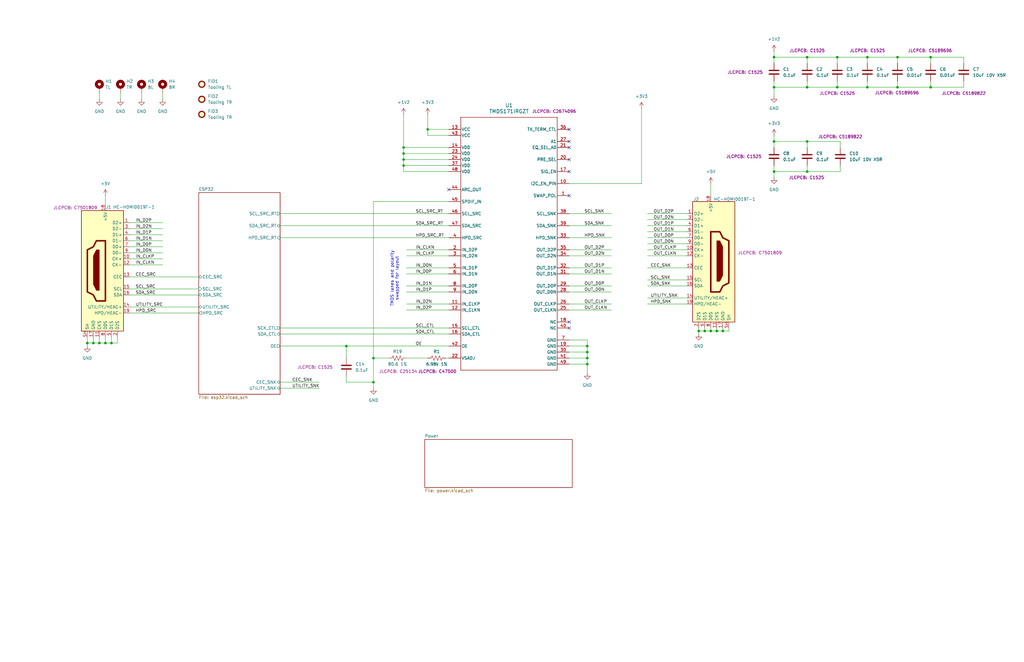
<source format=kicad_sch>
(kicad_sch (version 20231120) (generator "eeschema") (generator_version "8.0")
  (paper "B")
  (lib_symbols
    (symbol "Device:C" (pin_numbers hide) (pin_names (offset 0.254))
      (property "Reference" "C" (at 0.635 2.54 0))
      (property "Value" "C" (at 0.635 -2.54 0))
      (symbol "C_0_1"
        (polyline (pts (xy -2.032 -0.762) (xy 2.032 -0.762)) (stroke (width 0.508)))
        (polyline (pts (xy -2.032 0.762) (xy 2.032 0.762)) (stroke (width 0.508)))
      )
      (symbol "C_1_1"
        (pin passive line (at 0 3.81 270) (length 2.794) (name "~") (number "1"))
        (pin passive line (at 0 -3.81 90) (length 2.794) (name "~") (number "2"))
      )
    )
    (symbol "Device:R_US" (pin_numbers hide) (pin_names (offset 0))
      (property "Reference" "R" (at 2.54 0 90))
      (property "Value" "R_US" (at -2.54 0 90))
      (symbol "R_US_0_1"
        (polyline (pts (xy 0 -2.286) (xy 0 -2.54)))
        (polyline (pts (xy 0 2.286) (xy 0 2.54)))
        (polyline (pts (xy 0 -0.762) (xy 1.016 -1.143) (xy 0 -1.524) (xy -1.016 -1.905) (xy 0 -2.286)))
        (polyline (pts (xy 0 0.762) (xy 1.016 0.381) (xy 0 0) (xy -1.016 -0.381) (xy 0 -0.762)))
        (polyline (pts (xy 0 2.286) (xy 1.016 1.905) (xy 0 1.524) (xy -1.016 1.143) (xy 0 0.762)))
      )
      (symbol "R_US_1_1"
        (pin passive line (at 0 3.81 270) (length 1.27) (name "~") (number "1"))
        (pin passive line (at 0 -3.81 90) (length 1.27) (name "~") (number "2"))
      )
    )
    (symbol "HDMI Breakout:HC-HDMI0019T-1"
      (property "Reference" "J" (at 3.302 44.45 0))
      (property "Value" "HC-HDMI0019T-1" (at 19.812 44.45 0))
      (symbol "HC-HDMI0019T-1_0_1"
        (polyline (pts (xy 12.7 26.67) (xy 13.97 26.67) (xy 15.24 24.13) (xy 15.24 12.065) (xy 13.97 9.525) (xy 12.7 9.525) (xy 12.7 26.67)) (fill (type outline)))
        (polyline (pts (xy 10.16 30.48) (xy 10.16 5.08) (xy 13.97 5.08) (xy 15.24 7.62) (xy 17.78 8.89) (xy 17.78 26.67) (xy 15.24 27.94) (xy 13.97 30.48) (xy 10.16 30.48)) (stroke (width 0.635)))
        (rectangle (start 2.54 43.18) (end 20.32 -7.62) (stroke (width 0.254)) (fill (type background)))
      )
      (symbol "HC-HDMI0019T-1_1_1"
        (pin passive line (at 0 38.1 0) (length 2.54) (name "D2+") (number "1"))
        (pin passive line (at 0 22.86 0) (length 2.54) (name "CK+") (number "10"))
        (pin power_in line (at 12.7 -10.16 90) (length 2.54) (name "CKS") (number "11"))
        (pin passive line (at 0 20.32 0) (length 2.54) (name "CK-") (number "12"))
        (pin bidirectional line (at 0 15.24 0) (length 2.54) (name "CEC") (number "13"))
        (pin passive line (at 0 2.54 0) (length 2.54) (name "UTILITY/HEAC+") (number "14"))
        (pin passive line (at 0 10.16 0) (length 2.54) (name "SCL") (number "15"))
        (pin bidirectional line (at 0 7.62 0) (length 2.54) (name "SDA") (number "16"))
        (pin power_in line (at 15.24 -10.16 90) (length 2.54) (name "GND") (number "17"))
        (pin power_in line (at 10.16 45.72 270) (length 2.54) (name "+5V") (number "18"))
        (pin passive line (at 0 0 0) (length 2.54) (name "HPD/HEAC-") (number "19"))
        (pin power_in line (at 5.08 -10.16 90) (length 2.54) (name "D2S") (number "2"))
        (pin passive line (at 0 35.56 0) (length 2.54) (name "D2-") (number "3"))
        (pin passive line (at 0 33.02 0) (length 2.54) (name "D1+") (number "4"))
        (pin power_in line (at 7.62 -10.16 90) (length 2.54) (name "D1S") (number "5"))
        (pin passive line (at 0 30.48 0) (length 2.54) (name "D1-") (number "6"))
        (pin passive line (at 0 27.94 0) (length 2.54) (name "D0+") (number "7"))
        (pin power_in line (at 10.16 -10.16 90) (length 2.54) (name "D0S") (number "8"))
        (pin passive line (at 0 25.4 0) (length 2.54) (name "D0-") (number "9"))
        (pin passive line (at 17.78 -10.16 90) (length 2.54) (name "SH") (number "SH"))
      )
    )
    (symbol "HDMI Breakout:TMDS171IRGZT" (pin_names (offset 0.254))
      (property "Reference" "U" (at 0 2.54 0))
      (property "Value" "TMDS171IRGZT" (at 0 0 0))
      (symbol "TMDS171IRGZT_0_1"
        (polyline (pts (xy -20.32 -53.34) (xy 20.32 -53.34)) (stroke (width 0.2032)))
        (polyline (pts (xy -20.32 53.34) (xy -20.32 -53.34)) (stroke (width 0.2032)))
        (polyline (pts (xy 20.32 -53.34) (xy 20.32 53.34)) (stroke (width 0.2032)))
        (polyline (pts (xy 20.32 53.34) (xy -20.32 53.34)) (stroke (width 0.2032)))
        (pin input line (at 25.4 20.32 180) (length 5.08) (name "SWAP_POL") (number "1"))
        (pin input line (at 25.4 25.4 180) (length 5.08) (name "I2C_EN_PIN") (number "10"))
        (pin input line (at -25.4 -25.4 0) (length 5.08) (name "IN_CLKP") (number "11"))
        (pin input line (at -25.4 -27.94 0) (length 5.08) (name "IN_CLKN") (number "12"))
        (pin power_in line (at -25.4 48.26 0) (length 5.08) (name "VCC") (number "13"))
        (pin power_in line (at -25.4 40.64 0) (length 5.08) (name "VDD") (number "14"))
        (pin bidirectional line (at -25.4 -35.56 0) (length 5.08) (name "SCL_CTL") (number "15"))
        (pin bidirectional line (at -25.4 -38.1 0) (length 5.08) (name "SDA_CTL") (number "16"))
        (pin input line (at 25.4 30.48 180) (length 5.08) (name "SIG_EN") (number "17"))
        (pin unspecified line (at 25.4 -33.02 180) (length 5.08) (name "NC") (number "18"))
        (pin power_in line (at 25.4 -43.18 180) (length 5.08) (name "GND") (number "19"))
        (pin input line (at -25.4 -2.54 0) (length 5.08) (name "IN_D2P") (number "2"))
        (pin input line (at 25.4 35.56 180) (length 5.08) (name "PRE_SEL") (number "20"))
        (pin input line (at 25.4 40.64 180) (length 5.08) (name "EQ_SEL_A0") (number "21"))
        (pin input line (at -25.4 -48.26 0) (length 5.08) (name "VSADJ") (number "22"))
        (pin power_in line (at -25.4 38.1 0) (length 5.08) (name "VDD") (number "23"))
        (pin power_in line (at -25.4 35.56 0) (length 5.08) (name "VDD") (number "24"))
        (pin output line (at 25.4 -27.94 180) (length 5.08) (name "OUT_CLKN") (number "25"))
        (pin output line (at 25.4 -25.4 180) (length 5.08) (name "OUT_CLKP") (number "26"))
        (pin input line (at 25.4 43.18 180) (length 5.08) (name "A1") (number "27"))
        (pin output line (at 25.4 -20.32 180) (length 5.08) (name "OUT_D0N") (number "28"))
        (pin output line (at 25.4 -17.78 180) (length 5.08) (name "OUT_D0P") (number "29"))
        (pin input line (at -25.4 -5.08 0) (length 5.08) (name "IN_D2N") (number "3"))
        (pin power_in line (at 25.4 -45.72 180) (length 5.08) (name "GND") (number "30"))
        (pin output line (at 25.4 -12.7 180) (length 5.08) (name "OUT_D1N") (number "31"))
        (pin output line (at 25.4 -10.16 180) (length 5.08) (name "OUT_D1P") (number "32"))
        (pin input line (at 25.4 2.54 180) (length 5.08) (name "HPD_SNK") (number "33"))
        (pin output line (at 25.4 -5.08 180) (length 5.08) (name "OUT_D2N") (number "34"))
        (pin output line (at 25.4 -2.54 180) (length 5.08) (name "OUT_D2P") (number "35"))
        (pin input line (at 25.4 48.26 180) (length 5.08) (name "TX_TERM_CTL") (number "36"))
        (pin power_in line (at -25.4 33.02 0) (length 5.08) (name "VDD") (number "37"))
        (pin bidirectional line (at 25.4 12.7 180) (length 5.08) (name "SCL_SNK") (number "38"))
        (pin bidirectional line (at 25.4 7.62 180) (length 5.08) (name "SDA_SNK") (number "39"))
        (pin output line (at -25.4 2.54 0) (length 5.08) (name "HPD_SRC") (number "4"))
        (pin unspecified line (at 25.4 -35.56 180) (length 5.08) (name "NC") (number "40"))
        (pin power_in line (at 25.4 -48.26 180) (length 5.08) (name "GND") (number "41"))
        (pin input line (at -25.4 -43.18 0) (length 5.08) (name "OE") (number "42"))
        (pin power_in line (at -25.4 45.72 0) (length 5.08) (name "VCC") (number "43"))
        (pin output line (at -25.4 22.86 0) (length 5.08) (name "ARC_OUT") (number "44"))
        (pin input line (at -25.4 17.78 0) (length 5.08) (name "SPDIF_IN") (number "45"))
        (pin bidirectional line (at -25.4 12.7 0) (length 5.08) (name "SCL_SRC") (number "46"))
        (pin bidirectional line (at -25.4 7.62 0) (length 5.08) (name "SDA_SRC") (number "47"))
        (pin power_in line (at -25.4 30.48 0) (length 5.08) (name "VDD") (number "48"))
        (pin power_in line (at 25.4 -50.8 180) (length 5.08) (name "GND") (number "49"))
        (pin input line (at -25.4 -10.16 0) (length 5.08) (name "IN_D1P") (number "5"))
        (pin input line (at -25.4 -12.7 0) (length 5.08) (name "IN_D1N") (number "6"))
        (pin power_in line (at 25.4 -40.64 180) (length 5.08) (name "GND") (number "7"))
        (pin input line (at -25.4 -17.78 0) (length 5.08) (name "IN_D0P") (number "8"))
        (pin input line (at -25.4 -20.32 0) (length 5.08) (name "IN_D0N") (number "9"))
      )
    )
    (symbol "Mechanical:Fiducial" (exclude_from_sim yes) (in_bom no)
      (property "Reference" "FID" (at 0 5.08 0))
      (property "Value" "Fiducial" (at 0 3.175 0))
      (symbol "Fiducial_0_1"
        (circle (center 0 0) (radius 1.27) (stroke (width 0.508)) (fill (type background)))
      )
    )
    (symbol "Mechanical:MountingHole_Pad" (pin_numbers hide) (pin_names (offset 1.016) hide) (exclude_from_sim yes) (in_bom no)
      (property "Reference" "H" (at 0 6.35 0))
      (property "Value" "MountingHole_Pad" (at 0 4.445 0))
      (symbol "MountingHole_Pad_0_1"
        (circle (center 0 1.27) (radius 1.27) (stroke (width 1.27)))
      )
      (symbol "MountingHole_Pad_1_1"
        (pin input line (at 0 -2.54 90) (length 2.54) (name "1") (number "1"))
      )
    )
    (symbol "power:+1V2" (power) (pin_numbers hide) (pin_names (offset 0) hide)
      (property "Value" "+1V2" (at 0 3.556 0))
      (symbol "+1V2_0_1"
        (polyline (pts (xy -0.762 1.27) (xy 0 2.54)))
        (polyline (pts (xy 0 0) (xy 0 2.54)))
        (polyline (pts (xy 0 2.54) (xy 0.762 1.27)))
      )
      (symbol "+1V2_1_1"
        (pin power_in line (at 0 0 90) (length 0) (name "~") (number "1"))
      )
    )
    (symbol "power:+3V3" (power) (pin_numbers hide) (pin_names (offset 0) hide)
      (property "Value" "+3V3" (at 0 3.556 0))
      (symbol "+3V3_0_1"
        (polyline (pts (xy -0.762 1.27) (xy 0 2.54)))
        (polyline (pts (xy 0 0) (xy 0 2.54)))
        (polyline (pts (xy 0 2.54) (xy 0.762 1.27)))
      )
      (symbol "+3V3_1_1"
        (pin power_in line (at 0 0 90) (length 0) (name "~") (number "1"))
      )
    )
    (symbol "power:+5V" (power) (pin_numbers hide) (pin_names (offset 0) hide)
      (property "Value" "+5V" (at 0 3.556 0))
      (symbol "+5V_0_1"
        (polyline (pts (xy -0.762 1.27) (xy 0 2.54)))
        (polyline (pts (xy 0 0) (xy 0 2.54)))
        (polyline (pts (xy 0 2.54) (xy 0.762 1.27)))
      )
      (symbol "+5V_1_1"
        (pin power_in line (at 0 0 90) (length 0) (name "~") (number "1"))
      )
    )
    (symbol "power:GND" (power) (pin_numbers hide) (pin_names (offset 0) hide)
      (property "Value" "GND" (at 0 -3.81 0))
      (symbol "GND_0_1"
        (polyline (pts (xy 0 0) (xy 0 -1.27) (xy 1.27 -1.27) (xy 0 -2.54) (xy -1.27 -1.27) (xy 0 -1.27)))
      )
      (symbol "GND_1_1"
        (pin power_in line (at 0 0 270) (length 0) (name "~") (number "1"))
      )
    )
  )
  (junction (at 247.65 151.13))
  (junction (at 326.39 72.39))
  (junction (at 365.76 36.83))
  (junction (at 378.46 24.13))
  (junction (at 340.36 72.39))
  (junction (at 299.72 139.7))
  (junction (at 378.46 36.83))
  (junction (at 340.36 24.13))
  (junction (at 180.34 54.61))
  (junction (at 170.18 69.85))
  (junction (at 247.65 146.05))
  (junction (at 247.65 153.67))
  (junction (at 304.8 139.7))
  (junction (at 302.26 139.7))
  (junction (at 297.18 139.7))
  (junction (at 157.48 161.29))
  (junction (at 294.64 139.7))
  (junction (at 46.99 144.78))
  (junction (at 392.43 36.83))
  (junction (at 41.91 144.78))
  (junction (at 326.39 59.69))
  (junction (at 365.76 24.13))
  (junction (at 39.37 144.78))
  (junction (at 353.06 24.13))
  (junction (at 170.18 62.23))
  (junction (at 170.18 64.77))
  (junction (at 36.83 144.78))
  (junction (at 340.36 36.83))
  (junction (at 340.36 59.69))
  (junction (at 247.65 148.59))
  (junction (at 353.06 36.83))
  (junction (at 170.18 67.31))
  (junction (at 157.48 151.13))
  (junction (at 326.39 24.13))
  (junction (at 392.43 24.13))
  (junction (at 44.45 144.78))
  (junction (at 146.05 146.05))
  (junction (at 326.39 36.83))
  (no_connect (at 189.23 80.01))
  (no_connect (at 240.03 135.89))
  (no_connect (at 240.03 72.39))
  (no_connect (at 240.03 62.23))
  (no_connect (at 240.03 67.31))
  (no_connect (at 240.03 54.61))
  (no_connect (at 240.03 138.43))
  (no_connect (at 240.03 82.55))
  (no_connect (at 240.03 59.69))
  (wire (pts (xy 54.61 93.98) (xy 68.58 93.98)))
  (wire (pts (xy 49.53 144.78) (xy 46.99 144.78)))
  (wire (pts (xy 378.46 36.83) (xy 392.43 36.83)))
  (wire (pts (xy 171.45 105.41) (xy 189.23 105.41)))
  (wire (pts (xy 189.23 85.09) (xy 157.48 85.09)))
  (wire (pts (xy 39.37 142.24) (xy 39.37 144.78)))
  (wire (pts (xy 54.61 116.84) (xy 83.82 116.84)))
  (wire (pts (xy 353.06 36.83) (xy 365.76 36.83)))
  (wire (pts (xy 171.45 123.19) (xy 189.23 123.19)))
  (wire (pts (xy 340.36 24.13) (xy 340.36 26.67)))
  (wire (pts (xy 270.51 77.47) (xy 270.51 45.72)))
  (wire (pts (xy 44.45 142.24) (xy 44.45 144.78)))
  (wire (pts (xy 307.34 139.7) (xy 304.8 139.7)))
  (wire (pts (xy 54.61 96.52) (xy 68.58 96.52)))
  (wire (pts (xy 41.91 144.78) (xy 39.37 144.78)))
  (wire (pts (xy 240.03 100.33) (xy 257.81 100.33)))
  (wire (pts (xy 273.05 95.25) (xy 289.56 95.25)))
  (wire (pts (xy 247.65 153.67) (xy 247.65 157.48)))
  (wire (pts (xy 326.39 59.69) (xy 340.36 59.69)))
  (wire (pts (xy 240.03 148.59) (xy 247.65 148.59)))
  (wire (pts (xy 170.18 69.85) (xy 170.18 67.31)))
  (wire (pts (xy 326.39 59.69) (xy 326.39 62.23)))
  (wire (pts (xy 392.43 36.83) (xy 406.4 36.83)))
  (wire (pts (xy 54.61 111.76) (xy 68.58 111.76)))
  (wire (pts (xy 326.39 24.13) (xy 326.39 21.59)))
  (wire (pts (xy 240.03 90.17) (xy 257.81 90.17)))
  (wire (pts (xy 180.34 57.15) (xy 180.34 54.61)))
  (wire (pts (xy 365.76 34.29) (xy 365.76 36.83)))
  (wire (pts (xy 326.39 36.83) (xy 340.36 36.83)))
  (wire (pts (xy 297.18 138.43) (xy 297.18 139.7)))
  (wire (pts (xy 54.61 132.08) (xy 83.82 132.08)))
  (wire (pts (xy 299.72 77.47) (xy 299.72 82.55)))
  (wire (pts (xy 157.48 151.13) (xy 157.48 161.29)))
  (wire (pts (xy 171.45 128.27) (xy 189.23 128.27)))
  (wire (pts (xy 302.26 139.7) (xy 299.72 139.7)))
  (wire (pts (xy 406.4 26.67) (xy 406.4 24.13)))
  (wire (pts (xy 54.61 109.22) (xy 68.58 109.22)))
  (wire (pts (xy 353.06 24.13) (xy 365.76 24.13)))
  (wire (pts (xy 240.03 95.25) (xy 257.81 95.25)))
  (wire (pts (xy 187.96 151.13) (xy 189.23 151.13)))
  (wire (pts (xy 365.76 36.83) (xy 378.46 36.83)))
  (wire (pts (xy 392.43 24.13) (xy 392.43 26.67)))
  (wire (pts (xy 294.64 138.43) (xy 294.64 139.7)))
  (wire (pts (xy 340.36 59.69) (xy 354.33 59.69)))
  (wire (pts (xy 118.11 163.83) (xy 134.62 163.83)))
  (wire (pts (xy 240.03 105.41) (xy 257.81 105.41)))
  (wire (pts (xy 304.8 139.7) (xy 302.26 139.7)))
  (wire (pts (xy 157.48 85.09) (xy 157.48 151.13)))
  (wire (pts (xy 273.05 107.95) (xy 289.56 107.95)))
  (wire (pts (xy 54.61 99.06) (xy 68.58 99.06)))
  (wire (pts (xy 273.05 118.11) (xy 289.56 118.11)))
  (wire (pts (xy 49.53 142.24) (xy 49.53 144.78)))
  (wire (pts (xy 171.45 113.03) (xy 189.23 113.03)))
  (wire (pts (xy 240.03 128.27) (xy 257.81 128.27)))
  (wire (pts (xy 378.46 24.13) (xy 378.46 26.67)))
  (wire (pts (xy 326.39 69.85) (xy 326.39 72.39)))
  (wire (pts (xy 326.39 36.83) (xy 326.39 40.64)))
  (wire (pts (xy 273.05 105.41) (xy 289.56 105.41)))
  (wire (pts (xy 340.36 69.85) (xy 340.36 72.39)))
  (wire (pts (xy 240.03 107.95) (xy 257.81 107.95)))
  (wire (pts (xy 340.36 72.39) (xy 354.33 72.39)))
  (wire (pts (xy 54.61 121.92) (xy 83.82 121.92)))
  (wire (pts (xy 240.03 153.67) (xy 247.65 153.67)))
  (wire (pts (xy 247.65 151.13) (xy 247.65 153.67)))
  (wire (pts (xy 170.18 64.77) (xy 170.18 62.23)))
  (wire (pts (xy 157.48 151.13) (xy 163.83 151.13)))
  (wire (pts (xy 118.11 100.33) (xy 189.23 100.33)))
  (wire (pts (xy 273.05 90.17) (xy 289.56 90.17)))
  (wire (pts (xy 247.65 146.05) (xy 247.65 148.59)))
  (wire (pts (xy 46.99 144.78) (xy 44.45 144.78)))
  (wire (pts (xy 294.64 139.7) (xy 294.64 140.97)))
  (wire (pts (xy 189.23 72.39) (xy 170.18 72.39)))
  (wire (pts (xy 189.23 57.15) (xy 180.34 57.15)))
  (wire (pts (xy 118.11 146.05) (xy 146.05 146.05)))
  (wire (pts (xy 146.05 146.05) (xy 189.23 146.05)))
  (wire (pts (xy 340.36 34.29) (xy 340.36 36.83)))
  (wire (pts (xy 326.39 57.15) (xy 326.39 59.69)))
  (wire (pts (xy 171.45 107.95) (xy 189.23 107.95)))
  (wire (pts (xy 171.45 151.13) (xy 180.34 151.13)))
  (wire (pts (xy 146.05 158.75) (xy 146.05 161.29)))
  (wire (pts (xy 54.61 106.68) (xy 68.58 106.68)))
  (wire (pts (xy 340.36 24.13) (xy 353.06 24.13)))
  (wire (pts (xy 170.18 69.85) (xy 189.23 69.85)))
  (wire (pts (xy 54.61 101.6) (xy 68.58 101.6)))
  (wire (pts (xy 326.39 24.13) (xy 326.39 26.67)))
  (wire (pts (xy 340.36 59.69) (xy 340.36 62.23)))
  (wire (pts (xy 170.18 72.39) (xy 170.18 69.85)))
  (wire (pts (xy 354.33 62.23) (xy 354.33 59.69)))
  (wire (pts (xy 392.43 24.13) (xy 406.4 24.13)))
  (wire (pts (xy 50.8 39.37) (xy 50.8 41.91)))
  (wire (pts (xy 118.11 138.43) (xy 189.23 138.43)))
  (wire (pts (xy 297.18 139.7) (xy 294.64 139.7)))
  (wire (pts (xy 171.45 130.81) (xy 189.23 130.81)))
  (wire (pts (xy 41.91 39.37) (xy 41.91 41.91)))
  (wire (pts (xy 54.61 124.46) (xy 83.82 124.46)))
  (wire (pts (xy 326.39 24.13) (xy 340.36 24.13)))
  (wire (pts (xy 240.03 113.03) (xy 257.81 113.03)))
  (wire (pts (xy 118.11 90.17) (xy 189.23 90.17)))
  (wire (pts (xy 340.36 36.83) (xy 353.06 36.83)))
  (wire (pts (xy 326.39 72.39) (xy 340.36 72.39)))
  (wire (pts (xy 240.03 115.57) (xy 257.81 115.57)))
  (wire (pts (xy 273.05 92.71) (xy 289.56 92.71)))
  (wire (pts (xy 273.05 120.65) (xy 289.56 120.65)))
  (wire (pts (xy 240.03 120.65) (xy 257.81 120.65)))
  (wire (pts (xy 353.06 34.29) (xy 353.06 36.83)))
  (wire (pts (xy 240.03 77.47) (xy 270.51 77.47)))
  (wire (pts (xy 273.05 102.87) (xy 289.56 102.87)))
  (wire (pts (xy 273.05 100.33) (xy 289.56 100.33)))
  (wire (pts (xy 189.23 54.61) (xy 180.34 54.61)))
  (wire (pts (xy 41.91 142.24) (xy 41.91 144.78)))
  (wire (pts (xy 146.05 146.05) (xy 146.05 151.13)))
  (wire (pts (xy 44.45 82.55) (xy 44.45 86.36)))
  (wire (pts (xy 240.03 143.51) (xy 247.65 143.51)))
  (wire (pts (xy 170.18 62.23) (xy 189.23 62.23)))
  (wire (pts (xy 273.05 125.73) (xy 289.56 125.73)))
  (wire (pts (xy 392.43 34.29) (xy 392.43 36.83)))
  (wire (pts (xy 304.8 138.43) (xy 304.8 139.7)))
  (wire (pts (xy 406.4 34.29) (xy 406.4 36.83)))
  (wire (pts (xy 44.45 144.78) (xy 41.91 144.78)))
  (wire (pts (xy 36.83 142.24) (xy 36.83 144.78)))
  (wire (pts (xy 118.11 140.97) (xy 189.23 140.97)))
  (wire (pts (xy 54.61 129.54) (xy 83.82 129.54)))
  (wire (pts (xy 118.11 95.25) (xy 189.23 95.25)))
  (wire (pts (xy 171.45 120.65) (xy 189.23 120.65)))
  (wire (pts (xy 273.05 128.27) (xy 289.56 128.27)))
  (wire (pts (xy 170.18 62.23) (xy 170.18 48.26)))
  (wire (pts (xy 68.58 39.37) (xy 68.58 41.91)))
  (wire (pts (xy 378.46 34.29) (xy 378.46 36.83)))
  (wire (pts (xy 326.39 34.29) (xy 326.39 36.83)))
  (wire (pts (xy 170.18 67.31) (xy 189.23 67.31)))
  (wire (pts (xy 240.03 130.81) (xy 257.81 130.81)))
  (wire (pts (xy 59.69 39.37) (xy 59.69 41.91)))
  (wire (pts (xy 46.99 142.24) (xy 46.99 144.78)))
  (wire (pts (xy 118.11 161.29) (xy 134.62 161.29)))
  (wire (pts (xy 54.61 104.14) (xy 68.58 104.14)))
  (wire (pts (xy 326.39 72.39) (xy 326.39 74.93)))
  (wire (pts (xy 365.76 24.13) (xy 378.46 24.13)))
  (wire (pts (xy 299.72 139.7) (xy 297.18 139.7)))
  (wire (pts (xy 36.83 144.78) (xy 36.83 146.05)))
  (wire (pts (xy 247.65 148.59) (xy 247.65 151.13)))
  (wire (pts (xy 353.06 24.13) (xy 353.06 26.67)))
  (wire (pts (xy 378.46 24.13) (xy 392.43 24.13)))
  (wire (pts (xy 146.05 161.29) (xy 157.48 161.29)))
  (wire (pts (xy 273.05 97.79) (xy 289.56 97.79)))
  (wire (pts (xy 240.03 151.13) (xy 247.65 151.13)))
  (wire (pts (xy 247.65 143.51) (xy 247.65 146.05)))
  (wire (pts (xy 240.03 146.05) (xy 247.65 146.05)))
  (wire (pts (xy 170.18 67.31) (xy 170.18 64.77)))
  (wire (pts (xy 39.37 144.78) (xy 36.83 144.78)))
  (wire (pts (xy 302.26 138.43) (xy 302.26 139.7)))
  (wire (pts (xy 157.48 163.83) (xy 157.48 161.29)))
  (wire (pts (xy 170.18 64.77) (xy 189.23 64.77)))
  (wire (pts (xy 273.05 113.03) (xy 289.56 113.03)))
  (wire (pts (xy 240.03 123.19) (xy 257.81 123.19)))
  (wire (pts (xy 307.34 138.43) (xy 307.34 139.7)))
  (wire (pts (xy 299.72 138.43) (xy 299.72 139.7)))
  (wire (pts (xy 171.45 115.57) (xy 189.23 115.57)))
  (wire (pts (xy 365.76 24.13) (xy 365.76 26.67)))
  (wire (pts (xy 180.34 54.61) (xy 180.34 48.26)))
  (wire (pts (xy 354.33 69.85) (xy 354.33 72.39)))
  (text "TMDS lanes and polarity\nswapped for layout" (at 166.37 117.602 90) (effects (font (size 1.27 1.27))))
  (label "IN_D1P" (at 175.26 123.19 0))
  (label "CEC_SNK" (at 123.19 161.29 0))
  (label "IN_CLKN" (at 57.15 111.76 0))
  (label "SDA_SRC" (at 57.15 124.46 0))
  (label "IN_D0P" (at 175.26 115.57 0))
  (label "SDA_CTL" (at 175.26 140.97 0))
  (label "HPD_SRC_RT" (at 175.26 100.33 0))
  (label "HPD_SRC" (at 57.15 132.08 0))
  (label "OUT_D2P" (at 275.59 90.17 0))
  (label "OUT_D0P" (at 246.38 120.65 0))
  (label "OUT_D0N" (at 275.59 102.87 0))
  (label "OUT_D2P" (at 246.38 105.41 0))
  (label "OUT_CLKN" (at 275.59 107.95 0))
  (label "SDA_SRC_RT" (at 175.26 95.25 0))
  (label "OE" (at 175.26 146.05 0))
  (label "HPD_SNK" (at 246.38 100.33 0))
  (label "IN_D1N" (at 57.15 101.6 0))
  (label "IN_D1N" (at 175.26 120.65 0))
  (label "IN_D0P" (at 57.15 104.14 0))
  (label "OUT_D2N" (at 246.38 107.95 0))
  (label "IN_CLKN" (at 175.26 105.41 0))
  (label "IN_D2N" (at 57.15 96.52 0))
  (label "UTILITY_SNK" (at 123.19 163.83 0))
  (label "UTILITY_SNK" (at 274.32 125.73 0))
  (label "IN_CLKP" (at 175.26 107.95 0))
  (label "SCL_CTL" (at 175.26 138.43 0))
  (label "IN_D2P" (at 57.15 93.98 0))
  (label "OUT_CLKP" (at 246.38 128.27 0))
  (label "IN_D2N" (at 175.26 128.27 0))
  (label "SDA_SNK" (at 274.32 120.65 0))
  (label "OUT_CLKN" (at 246.38 130.81 0))
  (label "IN_D2P" (at 175.26 130.81 0))
  (label "OUT_D2N" (at 275.59 92.71 0))
  (label "OUT_D1N" (at 275.59 97.79 0))
  (label "OUT_D0N" (at 246.38 123.19 0))
  (label "CEC_SNK" (at 274.32 113.03 0))
  (label "SCL_SRC_RT" (at 175.26 90.17 0))
  (label "CEC_SRC" (at 57.15 116.84 0))
  (label "SCL_SNK" (at 246.38 90.17 0))
  (label "UTILITY_SRC" (at 57.15 129.54 0))
  (label "SCL_SRC" (at 57.15 121.92 0))
  (label "OUT_D1N" (at 246.38 115.57 0))
  (label "OUT_D1P" (at 275.59 95.25 0))
  (label "IN_D0N" (at 57.15 106.68 0))
  (label "OUT_D0P" (at 275.59 100.33 0))
  (label "IN_D0N" (at 175.26 113.03 0))
  (label "IN_D1P" (at 57.15 99.06 0))
  (label "SCL_SNK" (at 274.32 118.11 0))
  (label "SDA_SNK" (at 246.38 95.25 0))
  (label "IN_CLKP" (at 57.15 109.22 0))
  (label "HPD_SNK" (at 274.32 128.27 0))
  (label "OUT_D1P" (at 246.38 113.03 0))
  (label "OUT_CLKP" (at 275.59 105.41 0))
  (symbol (lib_id "power:+5V") (at 299.72 77.47 0) (unit 1)
    (property "Reference" "#PWR012" (effects (hide yes)))
    (property "Value" "+5V" (at 299.72 72.39 0))
    (property "Description" "Power symbol creates a global label with name \"+5V\"" (effects (hide yes)))
  )
  (symbol (lib_id "power:+1V2") (at 170.18 48.26 0) (unit 1)
    (property "Reference" "#PWR07" (effects (hide yes)))
    (property "Value" "+1V2" (at 170.18 43.18 0))
    (property "Description" "Power symbol creates a global label with name \"+1V2\"" (effects (hide yes)))
  )
  (symbol (lib_id "power:GND") (at 294.64 140.97 0) (unit 1)
    (property "Reference" "#PWR022" (effects (hide yes)))
    (property "Value" "GND" (at 294.64 146.05 0))
    (property "Description" "Power symbol creates a global label with name \"GND\" , ground" (effects (hide yes)))
  )
  (symbol (lib_id "Device:C") (at 146.05 154.94 0) (unit 1)
    (property "Reference" "C14" (at 149.86 153.6699 0) (effects (justify left)))
    (property "Value" "0.1uF" (at 149.86 156.2099 0) (effects (justify left)))
    (property "Footprint" "Capacitor_SMD:C_0402_1005Metric" (effects (hide yes)))
    (property "Description" "Unpolarized capacitor" (effects (hide yes)))
    (property "JLCPCB" "C1525" (at 132.842 154.94 0) (show_name yes))
  )
  (symbol (lib_id "power:+5V") (at 44.45 82.55 0) (unit 1)
    (property "Reference" "#PWR011" (effects (hide yes)))
    (property "Value" "+5V" (at 44.45 77.47 0))
    (property "Description" "Power symbol creates a global label with name \"+5V\"" (effects (hide yes)))
  )
  (symbol (lib_id "Mechanical:Fiducial") (at 85.09 35.56 0) (unit 1) (exclude_from_sim yes) (in_bom no)
    (property "Reference" "FID1" (at 87.63 34.2899 0) (effects (justify left)))
    (property "Value" "Tooling TL" (at 87.63 36.8299 0) (effects (justify left)))
    (property "Footprint" "HDMI Breakout:Fiducial_JLCPCB" (effects (hide yes)))
    (property "Description" "Fiducial Marker" (effects (hide yes)))
  )
  (symbol (lib_id "power:GND") (at 50.8 41.91 0) (unit 1)
    (property "Reference" "#PWR060" (effects (hide yes)))
    (property "Value" "GND" (at 50.8 46.99 0))
    (property "Description" "Power symbol creates a global label with name \"GND\" , ground" (effects (hide yes)))
  )
  (symbol (lib_id "Mechanical:MountingHole_Pad") (at 59.69 36.83 0) (unit 1) (exclude_from_sim yes) (in_bom no)
    (property "Reference" "H3" (at 62.23 34.2899 0) (effects (justify left)))
    (property "Value" "BL" (at 62.23 36.8299 0) (effects (justify left)))
    (property "Footprint" "MountingHole:MountingHole_2.2mm_M2_Pad" (effects (hide yes)))
    (property "Description" "Mounting Hole with connection" (effects (hide yes)))
  )
  (symbol (lib_id "HDMI Breakout:HC-HDMI0019T-1") (at 289.56 128.27 0) (unit 1)
    (property "Reference" "J2" (at 292.354 84.074 0) (effects (justify left)))
    (property "Value" "HC-HDMI0019T-1" (at 300.99 84.074 0) (effects (justify left)))
    (property "Footprint" "HDMI Breakout:HC-HDMI0019T-1" (effects (hide yes)))
    (property "Datasheet" "https://wmsc.lcsc.com/wmsc/upload/file/pdf/v2/lcsc/2311241628_Hong-Cheng-HC-HDMI0019T-1_C7501809.pdf" (effects (hide yes)))
    (property "Description" "HDMI A Connector" (effects (hide yes)))
    (property "JLCPCB" "C7501809" (at 311.15 106.68 0) (show_name yes) (effects (justify left)))
  )
  (symbol (lib_id "power:GND") (at 59.69 41.91 0) (unit 1)
    (property "Reference" "#PWR061" (effects (hide yes)))
    (property "Value" "GND" (at 59.69 46.99 0))
    (property "Description" "Power symbol creates a global label with name \"GND\" , ground" (effects (hide yes)))
  )
  (symbol (lib_id "Device:C") (at 365.76 30.48 0) (unit 1)
    (property "Reference" "C4" (at 369.57 29.2099 0) (effects (justify left)))
    (property "Value" "0.1uF" (at 369.57 31.7499 0) (effects (justify left)))
    (property "Footprint" "Capacitor_SMD:C_0402_1005Metric" (effects (hide yes)))
    (property "Description" "Unpolarized capacitor" (effects (hide yes)))
    (property "JLCPCB" "C1525" (at 365.76 21.336 0) (show_name yes))
  )
  (symbol (lib_id "Device:C") (at 340.36 66.04 0) (unit 1)
    (property "Reference" "C9" (at 344.17 64.7699 0) (effects (justify left)))
    (property "Value" "0.1uF" (at 344.17 67.3099 0) (effects (justify left)))
    (property "Footprint" "Capacitor_SMD:C_0402_1005Metric" (effects (hide yes)))
    (property "Description" "Unpolarized capacitor" (effects (hide yes)))
    (property "JLCPCB" "C1525" (at 340.106 74.93 0) (show_name yes))
  )
  (symbol (lib_id "Device:C") (at 326.39 66.04 0) (unit 1)
    (property "Reference" "C8" (at 330.2 64.7699 0) (effects (justify left)))
    (property "Value" "0.1uF" (at 330.2 67.3099 0) (effects (justify left)))
    (property "Footprint" "Capacitor_SMD:C_0402_1005Metric" (effects (hide yes)))
    (property "Description" "Unpolarized capacitor" (effects (hide yes)))
    (property "JLCPCB" "C1525" (at 313.69 66.04 0) (show_name yes))
  )
  (symbol (lib_id "Mechanical:MountingHole_Pad") (at 41.91 36.83 0) (unit 1) (exclude_from_sim yes) (in_bom no)
    (property "Reference" "H1" (at 44.45 34.2899 0) (effects (justify left)))
    (property "Value" "TL" (at 44.45 36.8299 0) (effects (justify left)))
    (property "Footprint" "MountingHole:MountingHole_2.2mm_M2_Pad" (effects (hide yes)))
    (property "Description" "Mounting Hole with connection" (effects (hide yes)))
  )
  (symbol (lib_id "Mechanical:MountingHole_Pad") (at 50.8 36.83 0) (unit 1) (exclude_from_sim yes) (in_bom no)
    (property "Reference" "H2" (at 53.34 34.2899 0) (effects (justify left)))
    (property "Value" "TR" (at 53.34 36.8299 0) (effects (justify left)))
    (property "Footprint" "MountingHole:MountingHole_2.2mm_M2_Pad" (effects (hide yes)))
    (property "Description" "Mounting Hole with connection" (effects (hide yes)))
  )
  (symbol (lib_id "Device:R_US") (at 167.64 151.13 90) (unit 1)
    (property "Reference" "R19" (at 167.64 148.336 90))
    (property "Value" "80.6 1%" (at 167.64 153.67 90))
    (property "Footprint" "Resistor_SMD:R_0402_1005Metric" (effects (hide yes)))
    (property "Description" "Resistor, US symbol" (effects (hide yes)))
    (property "JLCPCB" "C25134" (at 167.894 156.718 90) (show_name yes))
  )
  (symbol (lib_id "Device:C") (at 378.46 30.48 0) (unit 1)
    (property "Reference" "C5" (at 382.27 29.2099 0) (effects (justify left)))
    (property "Value" "0.01uF" (at 382.27 31.7499 0) (effects (justify left)))
    (property "Footprint" "Capacitor_SMD:C_0402_1005Metric" (effects (hide yes)))
    (property "Description" "Unpolarized capacitor" (effects (hide yes)))
    (property "JLCPCB" "C5189696" (at 378.206 39.116 0) (show_name yes))
  )
  (symbol (lib_id "power:+3V3") (at 326.39 57.15 0) (unit 1)
    (property "Reference" "#PWR018" (effects (hide yes)))
    (property "Value" "+3V3" (at 326.39 52.07 0))
    (property "Description" "Power symbol creates a global label with name \"+3V3\"" (effects (hide yes)))
  )
  (symbol (lib_id "power:GND") (at 36.83 146.05 0) (unit 1)
    (property "Reference" "#PWR01" (effects (hide yes)))
    (property "Value" "GND" (at 36.83 151.13 0))
    (property "Description" "Power symbol creates a global label with name \"GND\" , ground" (effects (hide yes)))
  )
  (symbol (lib_id "power:GND") (at 326.39 74.93 0) (unit 1)
    (property "Reference" "#PWR019" (effects (hide yes)))
    (property "Value" "GND" (at 326.39 80.01 0))
    (property "Description" "Power symbol creates a global label with name \"GND\" , ground" (effects (hide yes)))
  )
  (symbol (lib_id "power:+3V3") (at 180.34 48.26 0) (unit 1)
    (property "Reference" "#PWR06" (effects (hide yes)))
    (property "Value" "+3V3" (at 180.34 43.18 0))
    (property "Description" "Power symbol creates a global label with name \"+3V3\"" (effects (hide yes)))
  )
  (symbol (lib_id "Mechanical:Fiducial") (at 85.09 48.26 0) (unit 1) (exclude_from_sim yes) (in_bom no)
    (property "Reference" "FID3" (at 87.63 46.9899 0) (effects (justify left)))
    (property "Value" "Tooling TR" (at 87.63 49.5299 0) (effects (justify left)))
    (property "Footprint" "HDMI Breakout:Fiducial_JLCPCB" (effects (hide yes)))
    (property "Description" "Fiducial Marker" (effects (hide yes)))
  )
  (symbol (lib_id "Device:C") (at 392.43 30.48 0) (unit 1)
    (property "Reference" "C6" (at 396.24 29.2099 0) (effects (justify left)))
    (property "Value" "0.01uF" (at 396.24 31.7499 0) (effects (justify left)))
    (property "Footprint" "Capacitor_SMD:C_0402_1005Metric" (effects (hide yes)))
    (property "Description" "Unpolarized capacitor" (effects (hide yes)))
    (property "JLCPCB" "C5189696" (at 392.176 21.336 0) (show_name yes))
  )
  (symbol (lib_id "power:GND") (at 247.65 157.48 0) (unit 1)
    (property "Reference" "#PWR05" (effects (hide yes)))
    (property "Value" "GND" (at 247.65 162.56 0))
    (property "Description" "Power symbol creates a global label with name \"GND\" , ground" (effects (hide yes)))
  )
  (symbol (lib_id "Device:C") (at 340.36 30.48 0) (unit 1)
    (property "Reference" "C2" (at 344.17 29.2099 0) (effects (justify left)))
    (property "Value" "0.1uF" (at 344.17 31.7499 0) (effects (justify left)))
    (property "Footprint" "Capacitor_SMD:C_0402_1005Metric" (effects (hide yes)))
    (property "Description" "Unpolarized capacitor" (effects (hide yes)))
    (property "JLCPCB" "C1525" (at 340.36 21.336 0) (show_name yes))
  )
  (symbol (lib_id "Device:C") (at 326.39 30.48 0) (unit 1)
    (property "Reference" "C1" (at 330.2 29.2099 0) (effects (justify left)))
    (property "Value" "0.1uF" (at 330.2 31.7499 0) (effects (justify left)))
    (property "Footprint" "Capacitor_SMD:C_0402_1005Metric" (effects (hide yes)))
    (property "Description" "Unpolarized capacitor" (effects (hide yes)))
    (property "JLCPCB" "C1525" (at 314.198 30.48 0) (show_name yes))
  )
  (symbol (lib_id "Device:C") (at 406.4 30.48 0) (unit 1)
    (property "Reference" "C7" (at 410.21 29.2099 0) (effects (justify left)))
    (property "Value" "10uF 10V X5R" (at 410.21 31.7499 0) (effects (justify left)))
    (property "Footprint" "Capacitor_SMD:C_0805_2012Metric" (effects (hide yes)))
    (property "Description" "Unpolarized capacitor" (effects (hide yes)))
    (property "JLCPCB" "C5189822" (at 406.4 39.37 0) (show_name yes))
  )
  (symbol (lib_id "Device:R_US") (at 184.15 151.13 90) (unit 1)
    (property "Reference" "R1" (at 184.15 148.336 90))
    (property "Value" "6.98k 1%" (at 184.15 153.67 90))
    (property "Footprint" "Resistor_SMD:R_0402_1005Metric" (effects (hide yes)))
    (property "Description" "Resistor, US symbol" (effects (hide yes)))
    (property "JLCPCB" "C47500" (at 184.404 156.718 90) (show_name yes))
  )
  (symbol (lib_id "power:+3V3") (at 270.51 45.72 0) (unit 1)
    (property "Reference" "#PWR08" (effects (hide yes)))
    (property "Value" "+3V3" (at 270.51 40.64 0))
    (property "Description" "Power symbol creates a global label with name \"+3V3\"" (effects (hide yes)))
  )
  (symbol (lib_id "HDMI Breakout:HC-HDMI0019T-1") (at 54.61 132.08 0) (mirror y) (unit 1)
    (property "Reference" "J1" (at 46.99 87.376 0) (effects (justify left)))
    (property "Value" "HC-HDMI0019T-1" (at 65.278 87.376 0) (effects (justify left)))
    (property "Footprint" "HDMI Breakout:HC-HDMI0019T-1" (effects (hide yes)))
    (property "Datasheet" "https://wmsc.lcsc.com/wmsc/upload/file/pdf/v2/lcsc/2311241628_Hong-Cheng-HC-HDMI0019T-1_C7501809.pdf" (effects (hide yes)))
    (property "Description" "HDMI A Connector" (effects (hide yes)))
    (property "JLCPCB" "C7501809" (at 31.75 87.63 0) (show_name yes))
  )
  (symbol (lib_id "HDMI Breakout:TMDS171IRGZT") (at 214.63 102.87 0) (unit 1)
    (property "Reference" "U1" (at 214.63 44.45 0) (effects (font (size 1.524 1.524))))
    (property "Value" "TMDS171IRGZT" (at 214.63 46.99 0) (effects (font (size 1.524 1.524))))
    (property "Footprint" "HDMI Breakout:RGZ0048B_NV" (effects (hide yes)))
    (property "Datasheet" "TMDS171IRGZT" (effects (hide yes)))
    (property "JLCPCB" "C2674096" (at 233.68 46.99 0) (show_name yes))
  )
  (symbol (lib_id "power:+1V2") (at 326.39 21.59 0) (unit 1)
    (property "Reference" "#PWR02" (effects (hide yes)))
    (property "Value" "+1V2" (at 326.39 16.51 0))
    (property "Description" "Power symbol creates a global label with name \"+1V2\"" (effects (hide yes)))
  )
  (symbol (lib_id "Mechanical:Fiducial") (at 85.09 41.91 0) (unit 1) (exclude_from_sim yes) (in_bom no)
    (property "Reference" "FID2" (at 87.63 40.6399 0) (effects (justify left)))
    (property "Value" "Tooling TR" (at 87.63 43.1799 0) (effects (justify left)))
    (property "Footprint" "HDMI Breakout:Fiducial_JLCPCB" (effects (hide yes)))
    (property "Description" "Fiducial Marker" (effects (hide yes)))
  )
  (symbol (lib_id "power:GND") (at 326.39 40.64 0) (unit 1)
    (property "Reference" "#PWR04" (effects (hide yes)))
    (property "Value" "GND" (at 326.39 45.72 0))
    (property "Description" "Power symbol creates a global label with name \"GND\" , ground" (effects (hide yes)))
  )
  (symbol (lib_id "power:GND") (at 157.48 163.83 0) (unit 1)
    (property "Reference" "#PWR09" (effects (hide yes)))
    (property "Value" "GND" (at 157.48 168.91 0))
    (property "Description" "Power symbol creates a global label with name \"GND\" , ground" (effects (hide yes)))
  )
  (symbol (lib_id "power:GND") (at 41.91 41.91 0) (unit 1)
    (property "Reference" "#PWR059" (effects (hide yes)))
    (property "Value" "GND" (at 41.91 46.99 0))
    (property "Description" "Power symbol creates a global label with name \"GND\" , ground" (effects (hide yes)))
  )
  (symbol (lib_id "Device:C") (at 354.33 66.04 0) (unit 1)
    (property "Reference" "C10" (at 358.14 64.7699 0) (effects (justify left)))
    (property "Value" "10uF 10V X5R" (at 358.14 67.3099 0) (effects (justify left)))
    (property "Footprint" "Capacitor_SMD:C_0805_2012Metric" (effects (hide yes)))
    (property "Description" "Unpolarized capacitor" (effects (hide yes)))
    (property "JLCPCB" "C5189822" (at 354.33 57.658 0) (show_name yes))
  )
  (symbol (lib_id "Device:C") (at 353.06 30.48 0) (unit 1)
    (property "Reference" "C3" (at 356.87 29.2099 0) (effects (justify left)))
    (property "Value" "0.1uF" (at 356.87 31.7499 0) (effects (justify left)))
    (property "Footprint" "Capacitor_SMD:C_0402_1005Metric" (effects (hide yes)))
    (property "Description" "Unpolarized capacitor" (effects (hide yes)))
    (property "JLCPCB" "C1525" (at 353.06 39.37 0) (show_name yes))
  )
  (symbol (lib_id "power:GND") (at 68.58 41.91 0) (unit 1)
    (property "Reference" "#PWR062" (effects (hide yes)))
    (property "Value" "GND" (at 68.58 46.99 0))
    (property "Description" "Power symbol creates a global label with name \"GND\" , ground" (effects (hide yes)))
  )
  (symbol (lib_id "Mechanical:MountingHole_Pad") (at 68.58 36.83 0) (unit 1) (exclude_from_sim yes) (in_bom no)
    (property "Reference" "H4" (at 71.12 34.2899 0) (effects (justify left)))
    (property "Value" "BR" (at 71.12 36.8299 0) (effects (justify left)))
    (property "Footprint" "MountingHole:MountingHole_2.2mm_M2_Pad" (effects (hide yes)))
    (property "Description" "Mounting Hole with connection" (effects (hide yes)))
  )
  (sheet (at 179.07 185.42) (size 62.23 20.32) (stroke (width 0.1524))
    (property "Sheetname" "Power" (at 179.07 184.7084 0) (effects (justify left bottom)))
    (property "Sheetfile" "power.kicad_sch" (at 179.07 206.3246 0) (effects (justify left top)))
  )
  (sheet (at 83.82 81.28) (size 34.29 85.09) (stroke (width 0.1524))
    (property "Sheetname" "ESP32" (at 83.82 80.5684 0) (effects (justify left bottom)))
    (property "Sheetfile" "esp32.kicad_sch" (at 83.82 166.9546 0) (effects (justify left top)))
    (pin "SCK_CTL" output (at 118.11 138.43 0))
    (pin "SDA_CTL" bidirectional (at 118.11 140.97 0))
    (pin "HPD_SRC_RT" input (at 118.11 100.33 0))
    (pin "CEC_SNK" bidirectional (at 118.11 161.29 0))
    (pin "SCL_SRC_RT" output (at 118.11 90.17 0))
    (pin "SDA_SRC_RT" bidirectional (at 118.11 95.25 0))
    (pin "HPD_SRC" output (at 83.82 132.08 180))
    (pin "UTILITY_SRC" bidirectional (at 83.82 129.54 180))
    (pin "SCL_SRC" input (at 83.82 121.92 180))
    (pin "SDA_SRC" bidirectional (at 83.82 124.46 180))
    (pin "CEC_SRC" bidirectional (at 83.82 116.84 180))
    (pin "OE" output (at 118.11 146.05 0))
    (pin "UTILITY_SNK" bidirectional (at 118.11 163.83 0))
  )
)
</source>
